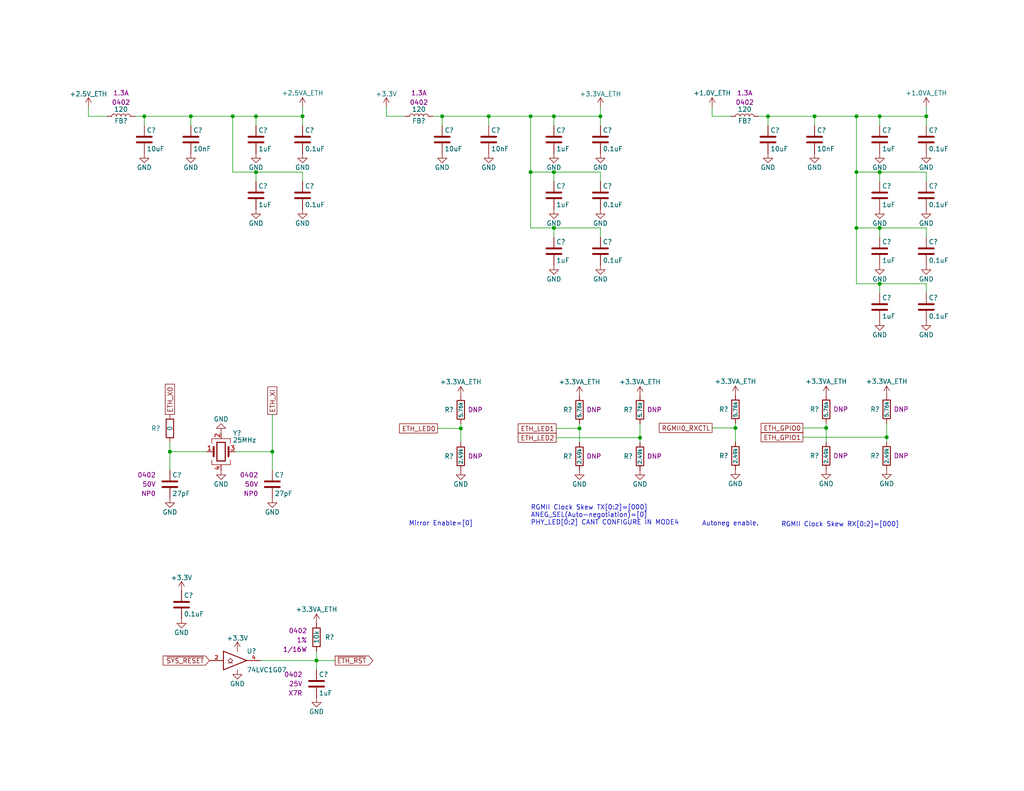
<source format=kicad_sch>
(kicad_sch (version 20211123) (generator eeschema)
  (paper "A")
  (lib_symbols
    (symbol "+1.0VA_ETH_1" (power) (pin_names (offset 0))
      (property "Value" "+1.0VA_ETH" (at 0 3.81 0))
      (symbol "+1.0VA_ETH_1_0_1"
        (polyline (pts (xy -0.762 1.27) (xy 0 2.54)))
        (polyline (pts (xy 0 0) (xy 0 2.54)))
        (polyline (pts (xy 0 2.54) (xy 0.762 1.27)))
      )
      (symbol "+1.0VA_ETH_1_1_1"
        (pin power_in line (at 0 0 90) (length 0) hide (name "+1.0VA_ETH") (number "1"))
      )
    )
    (symbol "Custom Library:+1.0V_ETH" (power) (pin_names (offset 0))
      (property "Value" "+1.0V_ETH" (at 0 3.81 0))
      (symbol "+1.0V_ETH_0_1"
        (polyline (pts (xy -0.762 1.27) (xy 0 2.54)))
        (polyline (pts (xy 0 0) (xy 0 2.54)))
        (polyline (pts (xy 0 2.54) (xy 0.762 1.27)))
      )
      (symbol "+1.0V_ETH_1_1"
        (pin power_in line (at 0 0 90) (length 0) hide (name "+1.0V_ETH") (number "1"))
      )
    )
    (symbol "Custom Library:+2.5VA_ETH" (power) (pin_names (offset 0))
      (property "Value" "+2.5VA_ETH" (at 1.27 3.81 0))
      (symbol "+2.5VA_ETH_0_1"
        (polyline (pts (xy -0.762 1.27) (xy 0 2.54)))
        (polyline (pts (xy 0 0) (xy 0 2.54)))
        (polyline (pts (xy 0 2.54) (xy 0.762 1.27)))
      )
      (symbol "+2.5VA_ETH_1_1"
        (pin power_in line (at 0 0 90) (length 0) hide (name "+2.5VA_ETH") (number "1"))
      )
    )
    (symbol "Custom Library:+2.5V_ETH" (power) (pin_names (offset 0))
      (property "Value" "+2.5V_ETH" (at 0 3.556 0))
      (symbol "+2.5V_ETH_0_1"
        (polyline (pts (xy -0.762 1.27) (xy 0 2.54)))
        (polyline (pts (xy 0 0) (xy 0 2.54)))
        (polyline (pts (xy 0 2.54) (xy 0.762 1.27)))
      )
      (symbol "+2.5V_ETH_1_1"
        (pin power_in line (at 0 0 90) (length 0) hide (name "+2.5V_ETH") (number "1"))
      )
    )
    (symbol "Custom Library:+3.3VA_ETH" (power) (pin_names (offset 0))
      (property "Value" "+3.3VA_ETH" (at 0 3.556 0))
      (symbol "+3.3VA_ETH_0_1"
        (polyline (pts (xy -0.762 1.27) (xy 0 2.54)))
        (polyline (pts (xy 0 0) (xy 0 2.54)))
        (polyline (pts (xy 0 2.54) (xy 0.762 1.27)))
      )
      (symbol "+3.3VA_ETH_1_1"
        (pin power_in line (at 0 0 90) (length 0) hide (name "+3.3VA_ETH") (number "1"))
      )
    )
    (symbol "Custom Library:74LVC1G07_Power" (pin_names (offset 1.016))
      (property "Reference" "U" (at 2.54 2.54 0))
      (property "Value" "74LVC1G07_Power" (at 2.54 -2.54 0))
      (symbol "74LVC1G07_Power_0_1"
        (polyline (pts (xy -2.54 -0.635) (xy -1.27 -0.635)))
        (polyline (pts (xy -3.81 2.54) (xy -3.81 -2.54) (xy 2.54 0) (xy -3.81 2.54)) (stroke (width 0.254)))
        (polyline (pts (xy -1.905 0.635) (xy -2.54 0) (xy -1.905 -0.635) (xy -1.27 0) (xy -1.905 0.635)))
      )
      (symbol "74LVC1G07_Power_1_1"
        (pin input line (at -7.62 0 0) (length 3.81) (name "~") (number "2"))
        (pin power_in line (at 0 -2.54 270) (length 0) (name "GND") (number "3"))
        (pin open_collector line (at 6.35 0 180) (length 3.81) (name "~") (number "4"))
        (pin power_in line (at 0 2.54 90) (length 0) (name "VCC") (number "5"))
      )
    )
    (symbol "Custom Library:FB_Custom" (pin_numbers hide) (pin_names (offset 1.016) hide)
      (property "Reference" "FB" (at -1.27 0 90))
      (property "Value" "FB_Custom" (at 1.905 0 90))
      (property "display_footprint" "Foot" (at 3.81 0 90))
      (property "Ampacity" "A" (at 6.35 0 90))
      (symbol "FB_Custom_0_1"
        (arc (start 0 -2.54) (mid 0.635 -1.905) (end 0 -1.27))
        (arc (start 0 -1.27) (mid 0.635 -0.635) (end 0 0))
        (arc (start 0 0) (mid 0.635 0.635) (end 0 1.27))
        (arc (start 0 1.27) (mid 0.635 1.905) (end 0 2.54))
      )
      (symbol "FB_Custom_1_1"
        (pin passive line (at 0 3.81 270) (length 1.27) (name "1") (number "1"))
        (pin passive line (at 0 -3.81 90) (length 1.27) (name "2") (number "2"))
      )
    )
    (symbol "Custom_Library:C_Custom" (pin_numbers hide) (pin_names (offset 0.254))
      (property "Reference" "C" (at 0.635 2.54 0))
      (property "Value" "C_Custom" (at 0.635 -2.54 0))
      (property "display_footprint" "Foot" (at -3.81 2.54 0))
      (property "Voltage" "V" (at -3.81 0 0))
      (property "Dielectric" "Er" (at -3.81 -2.54 0))
      (symbol "C_Custom_0_1"
        (polyline (pts (xy -2.032 -0.762) (xy 2.032 -0.762)) (stroke (width 0.508)))
        (polyline (pts (xy -2.032 0.762) (xy 2.032 0.762)) (stroke (width 0.508)))
      )
      (symbol "C_Custom_1_1"
        (pin passive line (at 0 3.81 270) (length 2.794) (name "~") (number "1"))
        (pin passive line (at 0 -3.81 90) (length 2.794) (name "~") (number "2"))
      )
    )
    (symbol "Custom_Library:R_Custom" (pin_numbers hide) (pin_names (offset 1.016) hide)
      (property "Reference" "R" (at -2.54 0 90))
      (property "Value" "R_Custom" (at 0 0 90))
      (property "display_footprint" "Foot" (at 2.54 0 90))
      (property "Tolerance" "Tol" (at 5.08 0 90))
      (property "Wattage" "W" (at 7.62 0 90))
      (symbol "R_Custom_0_1"
        (rectangle (start 1.016 2.54) (end -1.016 -2.54) (stroke (width 0.254)))
      )
      (symbol "R_Custom_1_1"
        (pin passive line (at 0 3.81 270) (length 1.27) (name "1") (number "1"))
        (pin passive line (at 0 -3.81 90) (length 1.27) (name "2") (number "2"))
      )
    )
    (symbol "Device:Crystal_GND24" (pin_names (offset 1.016) hide)
      (property "Reference" "Y" (at 3.175 5.08 0))
      (property "Value" "Crystal_GND24" (at 3.175 3.175 0))
      (symbol "Crystal_GND24_0_1"
        (rectangle (start -1.143 2.54) (end 1.143 -2.54) (stroke (width 0.3048)))
        (polyline (pts (xy -2.54 0) (xy -2.032 0)))
        (polyline (pts (xy -2.032 -1.27) (xy -2.032 1.27)) (stroke (width 0.508)))
        (polyline (pts (xy 0 -3.81) (xy 0 -3.556)))
        (polyline (pts (xy 0 3.556) (xy 0 3.81)))
        (polyline (pts (xy 2.032 -1.27) (xy 2.032 1.27)) (stroke (width 0.508)))
        (polyline (pts (xy 2.032 0) (xy 2.54 0)))
        (polyline (pts (xy -2.54 -2.286) (xy -2.54 -3.556) (xy 2.54 -3.556) (xy 2.54 -2.286)))
        (polyline (pts (xy -2.54 2.286) (xy -2.54 3.556) (xy 2.54 3.556) (xy 2.54 2.286)))
      )
      (symbol "Crystal_GND24_1_1"
        (pin passive line (at -3.81 0 0) (length 1.27) (name "1") (number "1"))
        (pin passive line (at 0 5.08 270) (length 1.27) (name "2") (number "2"))
        (pin passive line (at 3.81 0 180) (length 1.27) (name "3") (number "3"))
        (pin passive line (at 0 -5.08 90) (length 1.27) (name "4") (number "4"))
      )
    )
    (symbol "power:+3.3V" (power) (pin_names (offset 0))
      (property "Value" "+3.3V" (at 0 3.556 0))
      (symbol "+3.3V_0_1"
        (polyline (pts (xy -0.762 1.27) (xy 0 2.54)))
        (polyline (pts (xy 0 0) (xy 0 2.54)))
        (polyline (pts (xy 0 2.54) (xy 0.762 1.27)))
      )
      (symbol "+3.3V_1_1"
        (pin power_in line (at 0 0 90) (length 0) hide (name "+3.3V") (number "1"))
      )
    )
    (symbol "power:GND" (power) (pin_names (offset 0))
      (property "Value" "GND" (at 0 -3.81 0))
      (symbol "GND_0_1"
        (polyline (pts (xy 0 0) (xy 0 -1.27) (xy 1.27 -1.27) (xy 0 -2.54) (xy -1.27 -1.27) (xy 0 -1.27)))
      )
      (symbol "GND_1_1"
        (pin power_in line (at 0 0 270) (length 0) hide (name "GND") (number "1"))
      )
    )
  )
  (junction (at 63.5 31.75))
  (junction (at 133.35 31.75))
  (junction (at 240.03 77.47))
  (junction (at 151.13 46.99))
  (junction (at 174.625 119.507))
  (junction (at 74.295 123.317))
  (junction (at 144.78 31.75))
  (junction (at 233.68 31.75))
  (junction (at 240.03 46.99))
  (junction (at 120.65 31.75))
  (junction (at 82.55 31.75))
  (junction (at 125.73 116.967))
  (junction (at 233.68 46.99))
  (junction (at 86.36 180.34))
  (junction (at 52.07 31.75))
  (junction (at 200.66 116.84))
  (junction (at 222.25 31.75))
  (junction (at 240.03 31.75))
  (junction (at 46.355 123.317))
  (junction (at 151.13 62.23))
  (junction (at 151.13 31.75))
  (junction (at 163.83 31.75))
  (junction (at 225.425 116.84))
  (junction (at 252.73 31.75))
  (junction (at 69.85 46.99))
  (junction (at 69.85 31.75))
  (junction (at 209.55 31.75))
  (junction (at 158.115 116.967))
  (junction (at 39.37 31.75))
  (junction (at 233.68 62.23))
  (junction (at 144.78 46.99))
  (junction (at 240.03 62.23))
  (junction (at 241.935 119.38))
  (wire (pts (xy 63.5 31.75) (xy 63.5 46.99)))
  (wire (pts (xy 105.41 31.75) (xy 110.49 31.75)))
  (wire (pts (xy 225.425 116.84) (xy 225.425 120.65)))
  (wire (pts (xy 52.07 31.75) (xy 63.5 31.75)))
  (wire (pts (xy 82.55 29.21) (xy 82.55 31.75)))
  (wire (pts (xy 125.73 116.967) (xy 125.73 120.777)))
  (wire (pts (xy 200.66 115.57) (xy 200.66 116.84)))
  (wire (pts (xy 133.35 31.75) (xy 133.35 34.29)))
  (wire (pts (xy 36.83 31.75) (xy 39.37 31.75)))
  (wire (pts (xy 46.355 123.317) (xy 56.515 123.317)))
  (wire (pts (xy 163.83 62.23) (xy 151.13 62.23)))
  (wire (pts (xy 233.68 62.23) (xy 233.68 77.47)))
  (wire (pts (xy 151.765 116.967) (xy 158.115 116.967)))
  (wire (pts (xy 52.07 31.75) (xy 39.37 31.75)))
  (wire (pts (xy 69.85 31.75) (xy 69.85 34.29)))
  (wire (pts (xy 74.295 123.317) (xy 64.135 123.317)))
  (wire (pts (xy 46.355 128.397) (xy 46.355 123.317)))
  (wire (pts (xy 151.13 31.75) (xy 144.78 31.75)))
  (wire (pts (xy 82.55 46.99) (xy 69.85 46.99)))
  (wire (pts (xy 163.83 34.29) (xy 163.83 31.75)))
  (wire (pts (xy 151.765 119.507) (xy 174.625 119.507)))
  (wire (pts (xy 240.03 46.99) (xy 233.68 46.99)))
  (wire (pts (xy 219.075 116.84) (xy 225.425 116.84)))
  (wire (pts (xy 240.03 31.75) (xy 233.68 31.75)))
  (wire (pts (xy 252.73 49.53) (xy 252.73 46.99)))
  (wire (pts (xy 151.13 46.99) (xy 151.13 49.53)))
  (wire (pts (xy 252.73 29.21) (xy 252.73 31.75)))
  (wire (pts (xy 86.36 180.34) (xy 71.12 180.34)))
  (wire (pts (xy 105.41 29.21) (xy 105.41 31.75)))
  (wire (pts (xy 24.13 29.21) (xy 24.13 31.75)))
  (wire (pts (xy 52.07 31.75) (xy 52.07 34.29)))
  (wire (pts (xy 133.35 31.75) (xy 120.65 31.75)))
  (wire (pts (xy 252.73 80.01) (xy 252.73 77.47)))
  (wire (pts (xy 163.83 31.75) (xy 151.13 31.75)))
  (wire (pts (xy 207.01 31.75) (xy 209.55 31.75)))
  (wire (pts (xy 194.31 31.75) (xy 199.39 31.75)))
  (wire (pts (xy 222.25 31.75) (xy 209.55 31.75)))
  (wire (pts (xy 225.425 115.57) (xy 225.425 116.84)))
  (wire (pts (xy 222.25 31.75) (xy 233.68 31.75)))
  (wire (pts (xy 200.66 116.84) (xy 200.66 120.65)))
  (wire (pts (xy 39.37 31.75) (xy 39.37 34.29)))
  (wire (pts (xy 252.73 77.47) (xy 240.03 77.47)))
  (wire (pts (xy 119.38 116.967) (xy 125.73 116.967)))
  (wire (pts (xy 86.36 182.88) (xy 86.36 180.34)))
  (wire (pts (xy 233.68 31.75) (xy 233.68 46.99)))
  (wire (pts (xy 151.13 31.75) (xy 151.13 34.29)))
  (wire (pts (xy 69.85 46.99) (xy 69.85 49.53)))
  (wire (pts (xy 240.03 77.47) (xy 233.68 77.47)))
  (wire (pts (xy 120.65 31.75) (xy 120.65 34.29)))
  (wire (pts (xy 163.83 46.99) (xy 151.13 46.99)))
  (wire (pts (xy 241.935 119.38) (xy 241.935 120.65)))
  (wire (pts (xy 46.355 120.777) (xy 46.355 123.317)))
  (wire (pts (xy 252.73 64.77) (xy 252.73 62.23)))
  (wire (pts (xy 240.03 46.99) (xy 240.03 49.53)))
  (wire (pts (xy 118.11 31.75) (xy 120.65 31.75)))
  (wire (pts (xy 240.03 77.47) (xy 240.03 80.01)))
  (wire (pts (xy 158.115 116.967) (xy 158.115 120.777)))
  (wire (pts (xy 82.55 31.75) (xy 69.85 31.75)))
  (wire (pts (xy 252.73 31.75) (xy 240.03 31.75)))
  (wire (pts (xy 252.73 62.23) (xy 240.03 62.23)))
  (wire (pts (xy 158.115 115.697) (xy 158.115 116.967)))
  (wire (pts (xy 74.295 128.397) (xy 74.295 123.317)))
  (wire (pts (xy 82.55 34.29) (xy 82.55 31.75)))
  (wire (pts (xy 174.625 119.507) (xy 174.625 120.777)))
  (wire (pts (xy 241.935 115.57) (xy 241.935 119.38)))
  (wire (pts (xy 163.83 49.53) (xy 163.83 46.99)))
  (wire (pts (xy 69.85 46.99) (xy 63.5 46.99)))
  (wire (pts (xy 219.075 119.38) (xy 241.935 119.38)))
  (wire (pts (xy 252.73 34.29) (xy 252.73 31.75)))
  (wire (pts (xy 86.36 177.8) (xy 86.36 180.34)))
  (wire (pts (xy 163.83 29.21) (xy 163.83 31.75)))
  (wire (pts (xy 24.13 31.75) (xy 29.21 31.75)))
  (wire (pts (xy 144.78 46.99) (xy 144.78 62.23)))
  (wire (pts (xy 144.78 31.75) (xy 144.78 46.99)))
  (wire (pts (xy 151.13 62.23) (xy 144.78 62.23)))
  (wire (pts (xy 240.03 31.75) (xy 240.03 34.29)))
  (wire (pts (xy 74.295 113.157) (xy 74.295 123.317)))
  (wire (pts (xy 86.36 180.34) (xy 91.44 180.34)))
  (wire (pts (xy 194.31 29.21) (xy 194.31 31.75)))
  (wire (pts (xy 240.03 62.23) (xy 240.03 64.77)))
  (wire (pts (xy 240.03 62.23) (xy 233.68 62.23)))
  (wire (pts (xy 194.31 116.84) (xy 200.66 116.84)))
  (wire (pts (xy 82.55 49.53) (xy 82.55 46.99)))
  (wire (pts (xy 252.73 46.99) (xy 240.03 46.99)))
  (wire (pts (xy 151.13 46.99) (xy 144.78 46.99)))
  (wire (pts (xy 209.55 31.75) (xy 209.55 34.29)))
  (wire (pts (xy 133.35 31.75) (xy 144.78 31.75)))
  (wire (pts (xy 69.85 31.75) (xy 63.5 31.75)))
  (wire (pts (xy 151.13 62.23) (xy 151.13 64.77)))
  (wire (pts (xy 233.68 46.99) (xy 233.68 62.23)))
  (wire (pts (xy 125.73 115.697) (xy 125.73 116.967)))
  (wire (pts (xy 163.83 64.77) (xy 163.83 62.23)))
  (wire (pts (xy 174.625 115.697) (xy 174.625 119.507)))
  (wire (pts (xy 222.25 31.75) (xy 222.25 34.29)))
  (text "Mirror Enable=[0]" (at 111.506 143.764 0) (effects (font (size 1.27 1.27)) (justify left bottom)))
  (text "RGMII Clock Skew RX[0:2]=[000]" (at 213.106 144.018 0) (effects (font (size 1.27 1.27)) (justify left bottom)))
  (text "Autoneg enable." (at 191.516 143.764 0) (effects (font (size 1.27 1.27)) (justify left bottom)))
  (text "RGMII Clock Skew TX[0:2]=[000]\nANEG_SEL(Auto-negotiation)=[0]\nPHY_LED[0:2] CANT CONFIGURE IN MODE4" (at 144.78 143.51 0) (effects (font (size 1.27 1.27)) (justify left bottom)))
  (global_label "ETH_XO" (shape passive) (at 46.355 113.157 90) (property "Intersheet References" "${INTERSHEET_REFS}" (at 46.4344 103.7891 90) (effects (justify left))))
  (global_label "ETH_LED2" (shape passive) (at 151.765 119.507 180) (property "Intersheet References" "${INTERSHEET_REFS}" (at 140.2805 119.4276 0) (effects (justify right))))
  (global_label "ETH_LED1" (shape passive) (at 151.765 116.967 180) (property "Intersheet References" "${INTERSHEET_REFS}" (at 140.2805 116.8876 0) (effects (justify right))))
  (global_label "ETH_LED0" (shape passive) (at 119.38 116.967 180) (property "Intersheet References" "${INTERSHEET_REFS}" (at 107.8955 116.8876 0) (effects (justify right))))
  (global_label "ETH_GPIO1" (shape passive) (at 219.075 119.38 180) (property "Intersheet References" "${INTERSHEET_REFS}" (at 206.5624 119.3006 0) (effects (justify right))))
  (global_label "ETH_GPIO0" (shape passive) (at 219.075 116.84 180) (property "Intersheet References" "${INTERSHEET_REFS}" (at 206.5624 116.7606 0) (effects (justify right))))
  (global_label "~{SYS_RESET}" (shape input) (at 57.15 180.34 180) (property "Intersheet References" "${INTERSHEET_REFS}" (at 44.5164 180.2606 0) (effects (justify right))))
  (global_label "~{ETH_RST}" (shape output) (at 91.44 180.34 0) (property "Intersheet References" "${INTERSHEET_REFS}" (at 101.715 180.2606 0) (effects (justify left))))
  (global_label "RGMII0_RXCTL" (shape passive) (at 194.31 116.84 180) (property "Intersheet References" "${INTERSHEET_REFS}" (at 178.7736 116.7606 0) (effects (justify right))))
  (global_label "ETH_XI" (shape passive) (at 74.295 113.157 90) (property "Intersheet References" "${INTERSHEET_REFS}" (at 74.3744 104.5149 90) (effects (justify left))))
  (symbol (lib_id "Custom_Library:R_Custom") (at 158.115 124.587 180) (unit 1)
    (property "Reference" "R?" (at 156.21 124.587 0) (effects (justify left)))
    (property "Value" "2.49k" (at 158.115 124.587 90) (effects (font (size 1.016 1.016))))
    (property "Footprint" "Resistors_SMD:R_0402" (effects hide))
    (property "display_footprint" "0402" (effects hide))
    (property "Tolerance" "1%" (effects hide))
    (property "Wattage" "1/16W" (effects hide))
    (property "Configuration" "DNP" (at 160.02 124.587 0) (effects (justify right)))
  )
  (symbol (lib_id "power:GND") (at 209.55 41.91 0) (unit 1)
    (property "Reference" "#PWR?" (effects hide))
    (property "Value" "GND" (at 209.55 45.72 0))
  )
  (symbol (lib_id "power:GND") (at 125.73 128.397 0) (unit 1)
    (property "Reference" "#PWR?" (effects hide))
    (property "Value" "GND" (at 125.73 132.207 0))
  )
  (symbol (lib_id "Custom Library:+3.3VA_ETH") (at 174.625 108.077 0) (unit 1)
    (property "Reference" "#PWR?" (effects hide))
    (property "Value" "+3.3VA_ETH" (at 174.625 104.267 0))
  )
  (symbol (lib_id "Custom_Library:R_Custom") (at 125.73 124.587 180) (unit 1)
    (property "Reference" "R?" (at 123.825 124.587 0) (effects (justify left)))
    (property "Value" "2.49k" (at 125.73 124.587 90) (effects (font (size 1.016 1.016))))
    (property "Footprint" "Resistors_SMD:R_0402" (effects hide))
    (property "display_footprint" "0402" (effects hide))
    (property "Tolerance" "1%" (effects hide))
    (property "Wattage" "1/16W" (effects hide))
    (property "Configuration" "DNP" (at 127.635 124.587 0) (effects (justify right)))
  )
  (symbol (lib_id "Custom_Library:C_Custom") (at 252.73 53.34 0) (unit 1)
    (property "Reference" "C?" (at 253.365 50.8 0) (effects (justify left)))
    (property "Value" "0.1uF" (at 253.365 55.88 0) (effects (justify left)))
    (property "Footprint" "Capacitors_SMD:C_0402" (effects hide))
    (property "display_footprint" "0402" (effects hide))
    (property "Voltage" "50V" (effects hide))
    (property "Dielectric" "X7R" (effects hide))
    (property "Digi-Key PN" "490-10698-1-ND" (effects hide))
  )
  (symbol (lib_id "Custom_Library:C_Custom") (at 49.53 165.1 0) (unit 1)
    (property "Reference" "C?" (at 50.165 162.56 0) (effects (justify left)))
    (property "Value" "0.1uF" (at 50.165 167.64 0) (effects (justify left)))
    (property "Footprint" "Capacitors_SMD:C_0402" (effects hide))
    (property "display_footprint" "0402" (effects hide))
    (property "Voltage" "50V" (effects hide))
    (property "Dielectric" "X7R" (effects hide))
    (property "Digi-Key PN" "490-10698-1-ND" (effects hide))
  )
  (symbol (lib_id "power:GND") (at 252.73 57.15 0) (unit 1)
    (property "Reference" "#PWR?" (effects hide))
    (property "Value" "GND" (at 252.73 60.96 0))
  )
  (symbol (lib_id "power:GND") (at 252.73 87.63 0) (unit 1)
    (property "Reference" "#PWR?" (effects hide))
    (property "Value" "GND" (at 252.73 91.44 0))
  )
  (symbol (lib_id "power:GND") (at 225.425 128.27 0) (unit 1)
    (property "Reference" "#PWR?" (effects hide))
    (property "Value" "GND" (at 225.425 132.08 0))
  )
  (symbol (lib_id "power:GND") (at 240.03 41.91 0) (unit 1)
    (property "Reference" "#PWR?" (effects hide))
    (property "Value" "GND" (at 240.03 45.72 0))
  )
  (symbol (lib_id "Custom_Library:C_Custom") (at 82.55 38.1 0) (unit 1)
    (property "Reference" "C?" (at 83.185 35.56 0) (effects (justify left)))
    (property "Value" "0.1uF" (at 83.185 40.64 0) (effects (justify left)))
    (property "Footprint" "Capacitors_SMD:C_0402" (effects hide))
    (property "display_footprint" "0402" (effects hide))
    (property "Voltage" "50V" (effects hide))
    (property "Dielectric" "X7R" (effects hide))
    (property "Digi-Key PN" "490-10698-1-ND" (effects hide))
  )
  (symbol (lib_id "power:GND") (at 86.36 190.5 0) (unit 1)
    (property "Reference" "#PWR?" (effects hide))
    (property "Value" "GND" (at 86.36 194.31 0))
  )
  (symbol (lib_id "power:GND") (at 60.325 128.397 0) (unit 1)
    (property "Reference" "#PWR?" (effects hide))
    (property "Value" "GND" (at 60.325 132.207 0))
  )
  (symbol (lib_id "power:+3.3V") (at 105.41 29.21 0) (unit 1)
    (property "Reference" "#PWR?" (effects hide))
    (property "Value" "+3.3V" (at 105.41 25.654 0))
  )
  (symbol (lib_id "power:GND") (at 151.13 41.91 0) (unit 1)
    (property "Reference" "#PWR?" (effects hide))
    (property "Value" "GND" (at 151.13 45.72 0))
  )
  (symbol (lib_id "power:GND") (at 151.13 57.15 0) (unit 1)
    (property "Reference" "#PWR?" (effects hide))
    (property "Value" "GND" (at 151.13 60.96 0))
  )
  (symbol (lib_id "Custom Library:+3.3VA_ETH") (at 200.66 107.95 0) (unit 1)
    (property "Reference" "#PWR?" (effects hide))
    (property "Value" "+3.3VA_ETH" (at 200.66 104.14 0))
  )
  (symbol (lib_id "Custom_Library:C_Custom") (at 240.03 68.58 0) (unit 1)
    (property "Reference" "C?" (at 240.665 66.04 0) (effects (justify left)))
    (property "Value" "1uF" (at 240.665 71.12 0) (effects (justify left)))
    (property "Footprint" "Capacitors_SMD:C_0402" (effects hide))
    (property "display_footprint" "0402" (effects hide))
    (property "Voltage" "25V" (effects hide))
    (property "Dielectric" "X7R" (effects hide))
  )
  (symbol (lib_id "Custom Library:+3.3VA_ETH") (at 163.83 29.21 0) (unit 1)
    (property "Reference" "#PWR?" (effects hide))
    (property "Value" "+3.3VA_ETH" (at 163.83 25.654 0))
  )
  (symbol (lib_id "power:GND") (at 241.935 128.27 0) (unit 1)
    (property "Reference" "#PWR?" (effects hide))
    (property "Value" "GND" (at 241.935 132.08 0))
  )
  (symbol (lib_id "power:GND") (at 82.55 41.91 0) (unit 1)
    (property "Reference" "#PWR?" (effects hide))
    (property "Value" "GND" (at 82.55 45.72 0))
  )
  (symbol (lib_id "power:GND") (at 151.13 72.39 0) (unit 1)
    (property "Reference" "#PWR?" (effects hide))
    (property "Value" "GND" (at 151.13 76.2 0))
  )
  (symbol (lib_id "Custom Library:+2.5V_ETH") (at 24.13 29.21 0) (unit 1)
    (property "Reference" "#PWR?" (effects hide))
    (property "Value" "+2.5V_ETH" (at 24.13 25.654 0))
  )
  (symbol (lib_id "Custom_Library:C_Custom") (at 46.355 132.207 0) (unit 1)
    (property "Reference" "C?" (at 46.99 129.667 0) (effects (justify left)))
    (property "Value" "27pF" (at 46.99 134.747 0) (effects (justify left)))
    (property "Footprint" "Capacitors_SMD:C_0402" (effects hide))
    (property "display_footprint" "0402" (at 42.545 129.667 0) (effects (justify right)))
    (property "Voltage" "50V" (at 42.545 132.207 0) (effects (justify right)))
    (property "Dielectric" "NP0" (at 42.545 134.747 0) (effects (justify right)))
  )
  (symbol (lib_id "Custom_Library:R_Custom") (at 86.36 173.99 0) (mirror y) (unit 1)
    (property "Reference" "R?" (at 88.646 173.99 0) (effects (justify right)))
    (property "Value" "10k" (at 86.36 175.768 90) (effects (justify left)))
    (property "Footprint" "Resistors_SMD:R_0402" (effects hide))
    (property "display_footprint" "0402" (at 83.82 172.212 0) (effects (justify left)))
    (property "Tolerance" "1%" (at 83.82 174.752 0) (effects (justify left)))
    (property "Wattage" "1/16W" (at 83.82 177.292 0) (effects (justify left)))
    (property "Digi-Key PN" "RMCF0402FT10K0CT-ND" (effects hide))
  )
  (symbol (lib_id "power:GND") (at 240.03 87.63 0) (unit 1)
    (property "Reference" "#PWR?" (effects hide))
    (property "Value" "GND" (at 240.03 91.44 0))
  )
  (symbol (lib_id "Custom_Library:R_Custom") (at 200.66 111.76 180) (unit 1)
    (property "Reference" "R?" (at 198.755 111.76 0) (effects (justify left)))
    (property "Value" "5.76k" (at 200.66 111.76 90) (effects (font (size 1.016 1.016))))
    (property "Footprint" "Resistors_SMD:R_0402" (effects hide))
    (property "display_footprint" "0402" (effects hide))
    (property "Tolerance" "1%" (effects hide))
    (property "Wattage" "1/16W" (effects hide))
  )
  (symbol (lib_id "Custom_Library:R_Custom") (at 225.425 111.76 180) (unit 1)
    (property "Reference" "R?" (at 223.52 111.76 0) (effects (justify left)))
    (property "Value" "5.76k" (at 225.425 111.76 90) (effects (font (size 1.016 1.016))))
    (property "Footprint" "Resistors_SMD:R_0402" (effects hide))
    (property "display_footprint" "0402" (effects hide))
    (property "Tolerance" "1%" (effects hide))
    (property "Wattage" "1/16W" (effects hide))
    (property "Configuration" "DNP" (at 227.33 111.76 0) (effects (justify right)))
  )
  (symbol (lib_name "+1.0VA_ETH_1") (lib_id "Custom Library:+1.0VA_ETH") (at 252.73 29.21 0) (unit 1)
    (property "Reference" "#PWR?" (effects hide))
    (property "Value" "+1.0VA_ETH" (at 252.73 25.4 0))
  )
  (symbol (lib_id "power:GND") (at 46.355 136.017 0) (unit 1)
    (property "Reference" "#PWR?" (effects hide))
    (property "Value" "GND" (at 46.355 139.827 0))
  )
  (symbol (lib_id "Custom_Library:C_Custom") (at 151.13 38.1 0) (unit 1)
    (property "Reference" "C?" (at 151.765 35.56 0) (effects (justify left)))
    (property "Value" "1uF" (at 151.765 40.64 0) (effects (justify left)))
    (property "Footprint" "Capacitors_SMD:C_0402" (effects hide))
    (property "display_footprint" "0402" (effects hide))
    (property "Voltage" "25V" (effects hide))
    (property "Dielectric" "X7R" (effects hide))
  )
  (symbol (lib_id "Custom Library:+3.3VA_ETH") (at 125.73 108.077 0) (unit 1)
    (property "Reference" "#PWR?" (effects hide))
    (property "Value" "+3.3VA_ETH" (at 125.73 104.267 0))
  )
  (symbol (lib_id "power:GND") (at 133.35 41.91 0) (unit 1)
    (property "Reference" "#PWR?" (effects hide))
    (property "Value" "GND" (at 133.35 45.72 0))
  )
  (symbol (lib_id "power:GND") (at 64.77 182.88 0) (unit 1)
    (property "Reference" "#PWR?" (effects hide))
    (property "Value" "GND" (at 64.77 186.69 0))
  )
  (symbol (lib_id "Custom_Library:C_Custom") (at 86.36 186.69 0) (unit 1)
    (property "Reference" "C?" (at 86.995 184.15 0) (effects (justify left)))
    (property "Value" "1uF" (at 86.995 189.23 0) (effects (justify left)))
    (property "Footprint" "Capacitors_SMD:C_0402" (effects hide))
    (property "display_footprint" "0402" (at 82.55 184.15 0) (effects (justify right)))
    (property "Voltage" "25V" (at 82.55 186.69 0) (effects (justify right)))
    (property "Dielectric" "X7R" (at 82.55 189.23 0) (effects (justify right)))
  )
  (symbol (lib_id "Custom Library:+3.3VA_ETH") (at 225.425 107.95 0) (unit 1)
    (property "Reference" "#PWR?" (effects hide))
    (property "Value" "+3.3VA_ETH" (at 225.425 104.14 0))
  )
  (symbol (lib_id "Custom_Library:C_Custom") (at 252.73 83.82 0) (unit 1)
    (property "Reference" "C?" (at 253.365 81.28 0) (effects (justify left)))
    (property "Value" "0.1uF" (at 253.365 86.36 0) (effects (justify left)))
    (property "Footprint" "Capacitors_SMD:C_0402" (effects hide))
    (property "display_footprint" "0402" (effects hide))
    (property "Voltage" "50V" (effects hide))
    (property "Dielectric" "X7R" (effects hide))
    (property "Digi-Key PN" "490-10698-1-ND" (effects hide))
  )
  (symbol (lib_id "power:GND") (at 60.325 118.237 180) (unit 1)
    (property "Reference" "#PWR?" (effects hide))
    (property "Value" "GND" (at 60.325 114.427 0))
  )
  (symbol (lib_id "Custom_Library:C_Custom") (at 151.13 68.58 0) (unit 1)
    (property "Reference" "C?" (at 151.765 66.04 0) (effects (justify left)))
    (property "Value" "1uF" (at 151.765 71.12 0) (effects (justify left)))
    (property "Footprint" "Capacitors_SMD:C_0402" (effects hide))
    (property "display_footprint" "0402" (effects hide))
    (property "Voltage" "25V" (effects hide))
    (property "Dielectric" "X7R" (effects hide))
  )
  (symbol (lib_id "Custom_Library:C_Custom") (at 163.83 53.34 0) (unit 1)
    (property "Reference" "C?" (at 164.465 50.8 0) (effects (justify left)))
    (property "Value" "0.1uF" (at 164.465 55.88 0) (effects (justify left)))
    (property "Footprint" "Capacitors_SMD:C_0402" (effects hide))
    (property "display_footprint" "0402" (effects hide))
    (property "Voltage" "50V" (effects hide))
    (property "Dielectric" "X7R" (effects hide))
    (property "Digi-Key PN" "490-10698-1-ND" (effects hide))
  )
  (symbol (lib_id "power:GND") (at 163.83 72.39 0) (unit 1)
    (property "Reference" "#PWR?" (effects hide))
    (property "Value" "GND" (at 163.83 76.2 0))
  )
  (symbol (lib_id "Device:Crystal_GND24") (at 60.325 123.317 0) (unit 1)
    (property "Reference" "Y?" (at 63.5 118.237 0) (effects (justify left)))
    (property "Value" "25MHz" (at 63.5 120.142 0) (effects (justify left)))
  )
  (symbol (lib_id "power:GND") (at 158.115 128.397 0) (unit 1)
    (property "Reference" "#PWR?" (effects hide))
    (property "Value" "GND" (at 158.115 132.207 0))
  )
  (symbol (lib_id "Custom_Library:R_Custom") (at 241.935 111.76 180) (unit 1)
    (property "Reference" "R?" (at 240.03 111.76 0) (effects (justify left)))
    (property "Value" "5.76k" (at 241.935 111.76 90) (effects (font (size 1.016 1.016))))
    (property "Footprint" "Resistors_SMD:R_0402" (effects hide))
    (property "display_footprint" "0402" (effects hide))
    (property "Tolerance" "1%" (effects hide))
    (property "Wattage" "1/16W" (effects hide))
    (property "Configuration" "DNP" (at 243.84 111.76 0) (effects (justify right)))
  )
  (symbol (lib_id "power:GND") (at 69.85 57.15 0) (unit 1)
    (property "Reference" "#PWR?" (effects hide))
    (property "Value" "GND" (at 69.85 60.96 0))
  )
  (symbol (lib_id "power:GND") (at 163.83 57.15 0) (unit 1)
    (property "Reference" "#PWR?" (effects hide))
    (property "Value" "GND" (at 163.83 60.96 0))
  )
  (symbol (lib_id "Custom_Library:C_Custom") (at 209.55 38.1 0) (unit 1)
    (property "Reference" "C?" (at 210.185 35.56 0) (effects (justify left)))
    (property "Value" "10uF" (at 210.185 40.64 0) (effects (justify left)))
    (property "Footprint" "Capacitors_SMD:C_0402" (effects hide))
    (property "display_footprint" "0402" (effects hide))
    (property "Voltage" "50V" (effects hide))
    (property "Dielectric" "X7R" (effects hide))
  )
  (symbol (lib_id "Custom_Library:C_Custom") (at 39.37 38.1 0) (unit 1)
    (property "Reference" "C?" (at 40.005 35.56 0) (effects (justify left)))
    (property "Value" "10uF" (at 40.005 40.64 0) (effects (justify left)))
    (property "Footprint" "Capacitors_SMD:C_0402" (effects hide))
    (property "display_footprint" "0402" (effects hide))
    (property "Voltage" "50V" (effects hide))
    (property "Dielectric" "X7R" (effects hide))
  )
  (symbol (lib_id "Custom Library:+3.3VA_ETH") (at 158.115 108.077 0) (unit 1)
    (property "Reference" "#PWR?" (effects hide))
    (property "Value" "+3.3VA_ETH" (at 158.115 104.267 0))
  )
  (symbol (lib_id "power:GND") (at 222.25 41.91 0) (unit 1)
    (property "Reference" "#PWR?" (effects hide))
    (property "Value" "GND" (at 222.25 45.72 0))
  )
  (symbol (lib_id "power:+3.3V") (at 64.77 177.8 0) (unit 1)
    (property "Reference" "#PWR?" (effects hide))
    (property "Value" "+3.3V" (at 64.77 174.244 0))
  )
  (symbol (lib_id "Custom_Library:C_Custom") (at 52.07 38.1 0) (unit 1)
    (property "Reference" "C?" (at 52.705 35.56 0) (effects (justify left)))
    (property "Value" "10nF" (at 52.705 40.64 0) (effects (justify left)))
    (property "Footprint" "Capacitors_SMD:C_0402" (effects hide))
    (property "display_footprint" "0402" (effects hide))
    (property "Voltage" "50V" (effects hide))
    (property "Dielectric" "X7R" (effects hide))
    (property "Digi-Key PN" "399-3066-1-ND" (effects hide))
  )
  (symbol (lib_id "Custom_Library:R_Custom") (at 46.355 116.967 0) (mirror x) (unit 1)
    (property "Reference" "R?" (at 43.815 116.967 0) (effects (justify right)))
    (property "Value" "0" (at 46.355 116.967 90))
    (property "Footprint" "Resistors_SMD:R_0402" (effects hide))
    (property "display_footprint" "0402" (effects hide))
    (property "Tolerance" "1%" (effects hide))
    (property "Wattage" "1/16W" (effects hide))
    (property "Digi-Key PN" "RMCF0402ZT0R00CT-ND" (effects hide))
  )
  (symbol (lib_id "Custom_Library:C_Custom") (at 163.83 38.1 0) (unit 1)
    (property "Reference" "C?" (at 164.465 35.56 0) (effects (justify left)))
    (property "Value" "0.1uF" (at 164.465 40.64 0) (effects (justify left)))
    (property "Footprint" "Capacitors_SMD:C_0402" (effects hide))
    (property "display_footprint" "0402" (effects hide))
    (property "Voltage" "50V" (effects hide))
    (property "Dielectric" "X7R" (effects hide))
    (property "Digi-Key PN" "490-10698-1-ND" (effects hide))
  )
  (symbol (lib_id "Custom_Library:C_Custom") (at 120.65 38.1 0) (unit 1)
    (property "Reference" "C?" (at 121.285 35.56 0) (effects (justify left)))
    (property "Value" "10uF" (at 121.285 40.64 0) (effects (justify left)))
    (property "Footprint" "Capacitors_SMD:C_0402" (effects hide))
    (property "display_footprint" "0402" (effects hide))
    (property "Voltage" "50V" (effects hide))
    (property "Dielectric" "X7R" (effects hide))
  )
  (symbol (lib_id "Custom_Library:C_Custom") (at 74.295 132.207 0) (unit 1)
    (property "Reference" "C?" (at 74.93 129.667 0) (effects (justify left)))
    (property "Value" "27pF" (at 74.93 134.747 0) (effects (justify left)))
    (property "Footprint" "Capacitors_SMD:C_0402" (effects hide))
    (property "display_footprint" "0402" (at 70.485 129.667 0) (effects (justify right)))
    (property "Voltage" "50V" (at 70.485 132.207 0) (effects (justify right)))
    (property "Dielectric" "NP0" (at 70.485 134.747 0) (effects (justify right)))
  )
  (symbol (lib_id "Custom Library:FB_Custom") (at 203.2 31.75 90) (unit 1)
    (property "Reference" "FB?" (at 203.2 33.02 90))
    (property "Value" "120" (at 203.2 29.845 90))
    (property "display_footprint" "0402" (at 203.2 27.94 90))
    (property "Ampacity" "1.3A" (at 203.2 25.4 90))
  )
  (symbol (lib_id "power:GND") (at 200.66 128.27 0) (unit 1)
    (property "Reference" "#PWR?" (effects hide))
    (property "Value" "GND" (at 200.66 132.08 0))
  )
  (symbol (lib_id "power:GND") (at 252.73 72.39 0) (unit 1)
    (property "Reference" "#PWR?" (effects hide))
    (property "Value" "GND" (at 252.73 76.2 0))
  )
  (symbol (lib_id "Custom_Library:C_Custom") (at 69.85 53.34 0) (unit 1)
    (property "Reference" "C?" (at 70.485 50.8 0) (effects (justify left)))
    (property "Value" "1uF" (at 70.485 55.88 0) (effects (justify left)))
    (property "Footprint" "Capacitors_SMD:C_0402" (effects hide))
    (property "display_footprint" "0402" (effects hide))
    (property "Voltage" "25V" (effects hide))
    (property "Dielectric" "X7R" (effects hide))
  )
  (symbol (lib_id "Custom_Library:R_Custom") (at 200.66 124.46 180) (unit 1)
    (property "Reference" "R?" (at 198.755 124.46 0) (effects (justify left)))
    (property "Value" "2.49k" (at 200.66 124.46 90) (effects (font (size 1.016 1.016))))
    (property "Footprint" "Resistors_SMD:R_0402" (effects hide))
    (property "display_footprint" "0402" (effects hide))
    (property "Tolerance" "1%" (effects hide))
    (property "Wattage" "1/16W" (effects hide))
  )
  (symbol (lib_id "power:GND") (at 174.625 128.397 0) (unit 1)
    (property "Reference" "#PWR?" (effects hide))
    (property "Value" "GND" (at 174.625 132.207 0))
  )
  (symbol (lib_id "Custom_Library:R_Custom") (at 158.115 111.887 180) (unit 1)
    (property "Reference" "R?" (at 156.21 111.887 0) (effects (justify left)))
    (property "Value" "5.76k" (at 158.115 111.887 90) (effects (font (size 1.016 1.016))))
    (property "Footprint" "Resistors_SMD:R_0402" (effects hide))
    (property "display_footprint" "0402" (effects hide))
    (property "Tolerance" "1%" (effects hide))
    (property "Wattage" "1/16W" (effects hide))
    (property "Configuration" "DNP" (at 160.02 111.887 0) (effects (justify right)))
  )
  (symbol (lib_id "Custom_Library:R_Custom") (at 174.625 124.587 180) (unit 1)
    (property "Reference" "R?" (at 172.72 124.587 0) (effects (justify left)))
    (property "Value" "2.49k" (at 174.625 124.587 90) (effects (font (size 1.016 1.016))))
    (property "Footprint" "Resistors_SMD:R_0402" (effects hide))
    (property "display_footprint" "0402" (effects hide))
    (property "Tolerance" "1%" (effects hide))
    (property "Wattage" "1/16W" (effects hide))
    (property "Configuration" "DNP" (at 176.53 124.587 0) (effects (justify right)))
  )
  (symbol (lib_id "power:GND") (at 74.295 136.017 0) (unit 1)
    (property "Reference" "#PWR?" (effects hide))
    (property "Value" "GND" (at 74.295 139.827 0))
  )
  (symbol (lib_id "Custom_Library:C_Custom") (at 82.55 53.34 0) (unit 1)
    (property "Reference" "C?" (at 83.185 50.8 0) (effects (justify left)))
    (property "Value" "0.1uF" (at 83.185 55.88 0) (effects (justify left)))
    (property "Footprint" "Capacitors_SMD:C_0402" (effects hide))
    (property "display_footprint" "0402" (effects hide))
    (property "Voltage" "50V" (effects hide))
    (property "Dielectric" "X7R" (effects hide))
    (property "Digi-Key PN" "490-10698-1-ND" (effects hide))
  )
  (symbol (lib_id "Custom Library:FB_Custom") (at 33.02 31.75 90) (unit 1)
    (property "Reference" "FB?" (at 33.02 33.02 90))
    (property "Value" "120" (at 33.02 29.845 90))
    (property "display_footprint" "0402" (at 33.02 27.94 90))
    (property "Ampacity" "1.3A" (at 33.02 25.4 90))
  )
  (symbol (lib_id "Custom_Library:C_Custom") (at 222.25 38.1 0) (unit 1)
    (property "Reference" "C?" (at 222.885 35.56 0) (effects (justify left)))
    (property "Value" "10nF" (at 222.885 40.64 0) (effects (justify left)))
    (property "Footprint" "Capacitors_SMD:C_0402" (effects hide))
    (property "display_footprint" "0402" (effects hide))
    (property "Voltage" "50V" (effects hide))
    (property "Dielectric" "X7R" (effects hide))
    (property "Digi-Key PN" "399-3066-1-ND" (effects hide))
  )
  (symbol (lib_id "power:GND") (at 240.03 57.15 0) (unit 1)
    (property "Reference" "#PWR?" (effects hide))
    (property "Value" "GND" (at 240.03 60.96 0))
  )
  (symbol (lib_id "power:+3.3V") (at 49.53 161.29 0) (unit 1)
    (property "Reference" "#PWR?" (effects hide))
    (property "Value" "+3.3V" (at 49.53 157.734 0))
  )
  (symbol (lib_id "Custom_Library:C_Custom") (at 69.85 38.1 0) (unit 1)
    (property "Reference" "C?" (at 70.485 35.56 0) (effects (justify left)))
    (property "Value" "1uF" (at 70.485 40.64 0) (effects (justify left)))
    (property "Footprint" "Capacitors_SMD:C_0402" (effects hide))
    (property "display_footprint" "0402" (effects hide))
    (property "Voltage" "25V" (effects hide))
    (property "Dielectric" "X7R" (effects hide))
  )
  (symbol (lib_id "Custom_Library:C_Custom") (at 163.83 68.58 0) (unit 1)
    (property "Reference" "C?" (at 164.465 66.04 0) (effects (justify left)))
    (property "Value" "0.1uF" (at 164.465 71.12 0) (effects (justify left)))
    (property "Footprint" "Capacitors_SMD:C_0402" (effects hide))
    (property "display_footprint" "0402" (effects hide))
    (property "Voltage" "50V" (effects hide))
    (property "Dielectric" "X7R" (effects hide))
    (property "Digi-Key PN" "490-10698-1-ND" (effects hide))
  )
  (symbol (lib_id "Custom_Library:C_Custom") (at 240.03 53.34 0) (unit 1)
    (property "Reference" "C?" (at 240.665 50.8 0) (effects (justify left)))
    (property "Value" "1uF" (at 240.665 55.88 0) (effects (justify left)))
    (property "Footprint" "Capacitors_SMD:C_0402" (effects hide))
    (property "display_footprint" "0402" (effects hide))
    (property "Voltage" "25V" (effects hide))
    (property "Dielectric" "X7R" (effects hide))
  )
  (symbol (lib_id "Custom Library:+2.5VA_ETH") (at 82.55 29.21 0) (unit 1)
    (property "Reference" "#PWR?" (effects hide))
    (property "Value" "+2.5VA_ETH" (at 82.55 25.4 0))
  )
  (symbol (lib_id "Custom_Library:C_Custom") (at 151.13 53.34 0) (unit 1)
    (property "Reference" "C?" (at 151.765 50.8 0) (effects (justify left)))
    (property "Value" "1uF" (at 151.765 55.88 0) (effects (justify left)))
    (property "Footprint" "Capacitors_SMD:C_0402" (effects hide))
    (property "display_footprint" "0402" (effects hide))
    (property "Voltage" "25V" (effects hide))
    (property "Dielectric" "X7R" (effects hide))
  )
  (symbol (lib_id "power:GND") (at 120.65 41.91 0) (unit 1)
    (property "Reference" "#PWR?" (effects hide))
    (property "Value" "GND" (at 120.65 45.72 0))
  )
  (symbol (lib_id "Custom_Library:C_Custom") (at 133.35 38.1 0) (unit 1)
    (property "Reference" "C?" (at 133.985 35.56 0) (effects (justify left)))
    (property "Value" "10nF" (at 133.985 40.64 0) (effects (justify left)))
    (property "Footprint" "Capacitors_SMD:C_0402" (effects hide))
    (property "display_footprint" "0402" (effects hide))
    (property "Voltage" "50V" (effects hide))
    (property "Dielectric" "X7R" (effects hide))
    (property "Digi-Key PN" "399-3066-1-ND" (effects hide))
  )
  (symbol (lib_id "Custom_Library:C_Custom") (at 240.03 83.82 0) (unit 1)
    (property "Reference" "C?" (at 240.665 81.28 0) (effects (justify left)))
    (property "Value" "1uF" (at 240.665 86.36 0) (effects (justify left)))
    (property "Footprint" "Capacitors_SMD:C_0402" (effects hide))
    (property "display_footprint" "0402" (effects hide))
    (property "Voltage" "25V" (effects hide))
    (property "Dielectric" "X7R" (effects hide))
  )
  (symbol (lib_id "power:GND") (at 240.03 72.39 0) (unit 1)
    (property "Reference" "#PWR?" (effects hide))
    (property "Value" "GND" (at 240.03 76.2 0))
  )
  (symbol (lib_id "power:GND") (at 82.55 57.15 0) (unit 1)
    (property "Reference" "#PWR?" (effects hide))
    (property "Value" "GND" (at 82.55 60.96 0))
  )
  (symbol (lib_id "Custom Library:+3.3VA_ETH") (at 86.36 170.18 0) (unit 1)
    (property "Reference" "#PWR?" (effects hide))
    (property "Value" "+3.3VA_ETH" (at 86.36 166.37 0))
  )
  (symbol (lib_id "power:GND") (at 52.07 41.91 0) (unit 1)
    (property "Reference" "#PWR?" (effects hide))
    (property "Value" "GND" (at 52.07 45.72 0))
  )
  (symbol (lib_id "power:GND") (at 252.73 41.91 0) (unit 1)
    (property "Reference" "#PWR?" (effects hide))
    (property "Value" "GND" (at 252.73 45.72 0))
  )
  (symbol (lib_id "Custom_Library:R_Custom") (at 241.935 124.46 180) (unit 1)
    (property "Reference" "R?" (at 240.03 124.46 0) (effects (justify left)))
    (property "Value" "2.49k" (at 241.935 124.46 90) (effects (font (size 1.016 1.016))))
    (property "Footprint" "Resistors_SMD:R_0402" (effects hide))
    (property "display_footprint" "0402" (effects hide))
    (property "Tolerance" "1%" (effects hide))
    (property "Wattage" "1/16W" (effects hide))
    (property "Configuration" "DNP" (at 243.84 124.46 0) (effects (justify right)))
  )
  (symbol (lib_id "Custom_Library:R_Custom") (at 174.625 111.887 180) (unit 1)
    (property "Reference" "R?" (at 172.72 111.887 0) (effects (justify left)))
    (property "Value" "5.76k" (at 174.625 111.887 90) (effects (font (size 1.016 1.016))))
    (property "Footprint" "Resistors_SMD:R_0402" (effects hide))
    (property "display_footprint" "0402" (effects hide))
    (property "Tolerance" "1%" (effects hide))
    (property "Wattage" "1/16W" (effects hide))
    (property "Configuration" "DNP" (at 176.53 111.887 0) (effects (justify right)))
  )
  (symbol (lib_id "Custom_Library:C_Custom") (at 252.73 38.1 0) (unit 1)
    (property "Reference" "C?" (at 253.365 35.56 0) (effects (justify left)))
    (property "Value" "0.1uF" (at 253.365 40.64 0) (effects (justify left)))
    (property "Footprint" "Capacitors_SMD:C_0402" (effects hide))
    (property "display_footprint" "0402" (effects hide))
    (property "Voltage" "50V" (effects hide))
    (property "Dielectric" "X7R" (effects hide))
    (property "Digi-Key PN" "490-10698-1-ND" (effects hide))
  )
  (symbol (lib_id "power:GND") (at 39.37 41.91 0) (unit 1)
    (property "Reference" "#PWR?" (effects hide))
    (property "Value" "GND" (at 39.37 45.72 0))
  )
  (symbol (lib_id "Custom_Library:C_Custom") (at 252.73 68.58 0) (unit 1)
    (property "Reference" "C?" (at 253.365 66.04 0) (effects (justify left)))
    (property "Value" "0.1uF" (at 253.365 71.12 0) (effects (justify left)))
    (property "Footprint" "Capacitors_SMD:C_0402" (effects hide))
    (property "display_footprint" "0402" (effects hide))
    (property "Voltage" "50V" (effects hide))
    (property "Dielectric" "X7R" (effects hide))
    (property "Digi-Key PN" "490-10698-1-ND" (effects hide))
  )
  (symbol (lib_id "Custom Library:FB_Custom") (at 114.3 31.75 90) (unit 1)
    (property "Reference" "FB?" (at 114.3 33.02 90))
    (property "Value" "120" (at 114.3 29.845 90))
    (property "display_footprint" "0402" (at 114.3 27.94 90))
    (property "Ampacity" "1.3A" (at 114.3 25.4 90))
  )
  (symbol (lib_id "Custom Library:74LVC1G07_Power") (at 64.77 180.34 0) (unit 1)
    (property "Reference" "U?" (at 67.31 177.8 0) (effects (justify left)))
    (property "Value" "74LVC1G07" (at 67.31 182.88 0) (effects (justify left)))
    (property "Footprint" "TO_SOT_Packages_SMD:SOT-353_SC-70-5" (effects hide))
    (property "Datasheet" "http://www.ti.com/lit/sg/scyt129e/scyt129e.pdf" (effects hide))
    (property "Digi-Key PN" "296-8486-1-ND" (effects hide))
  )
  (symbol (lib_id "power:GND") (at 69.85 41.91 0) (unit 1)
    (property "Reference" "#PWR?" (effects hide))
    (property "Value" "GND" (at 69.85 45.72 0))
  )
  (symbol (lib_id "Custom Library:+3.3VA_ETH") (at 241.935 107.95 0) (unit 1)
    (property "Reference" "#PWR?" (effects hide))
    (property "Value" "+3.3VA_ETH" (at 241.935 104.14 0))
  )
  (symbol (lib_id "Custom_Library:C_Custom") (at 240.03 38.1 0) (unit 1)
    (property "Reference" "C?" (at 240.665 35.56 0) (effects (justify left)))
    (property "Value" "1uF" (at 240.665 40.64 0) (effects (justify left)))
    (property "Footprint" "Capacitors_SMD:C_0402" (effects hide))
    (property "display_footprint" "0402" (effects hide))
    (property "Voltage" "25V" (effects hide))
    (property "Dielectric" "X7R" (effects hide))
  )
  (symbol (lib_id "power:GND") (at 163.83 41.91 0) (unit 1)
    (property "Reference" "#PWR?" (effects hide))
    (property "Value" "GND" (at 163.83 45.72 0))
  )
  (symbol (lib_id "power:GND") (at 49.53 168.91 0) (unit 1)
    (property "Reference" "#PWR?" (effects hide))
    (property "Value" "GND" (at 49.53 172.72 0))
  )
  (symbol (lib_id "Custom_Library:R_Custom") (at 225.425 124.46 180) (unit 1)
    (property "Reference" "R?" (at 223.52 124.46 0) (effects (justify left)))
    (property "Value" "2.49k" (at 225.425 124.46 90) (effects (font (size 1.016 1.016))))
    (property "Footprint" "Resistors_SMD:R_0402" (effects hide))
    (property "display_footprint" "0402" (effects hide))
    (property "Tolerance" "1%" (effects hide))
    (property "Wattage" "1/16W" (effects hide))
    (property "Configuration" "DNP" (at 227.33 124.46 0) (effects (justify right)))
  )
  (symbol (lib_id "Custom Library:+1.0V_ETH") (at 194.31 29.21 0) (unit 1)
    (property "Reference" "#PWR?" (effects hide))
    (property "Value" "+1.0V_ETH" (at 194.31 25.4 0))
  )
  (symbol (lib_id "Custom_Library:R_Custom") (at 125.73 111.887 180) (unit 1)
    (property "Reference" "R?" (at 123.825 111.887 0) (effects (justify left)))
    (property "Value" "5.76k" (at 125.73 111.887 90) (effects (font (size 1.016 1.016))))
    (property "Footprint" "Resistors_SMD:R_0402" (effects hide))
    (property "display_footprint" "0402" (effects hide))
    (property "Tolerance" "1%" (effects hide))
    (property "Wattage" "1/16W" (effects hide))
    (property "Configuration" "DNP" (at 127.635 111.887 0) (effects (justify right)))
  )
)
</source>
